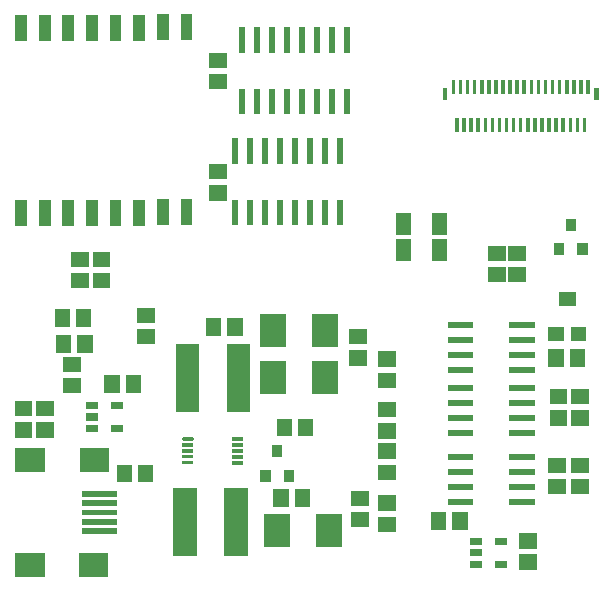
<source format=gbr>
G04 start of page 9 for group -4015 idx -4015 *
G04 Title: (unknown), toppaste *
G04 Creator: pcb 20140316 *
G04 CreationDate: Sun 15 Feb 2015 03:48:22 PM GMT UTC *
G04 For: jeroen *
G04 Format: Gerber/RS-274X *
G04 PCB-Dimensions (mil): 6000.00 5000.00 *
G04 PCB-Coordinate-Origin: lower left *
%MOIN*%
%FSLAX25Y25*%
%LNTOPPASTE*%
%ADD86R,0.0197X0.0197*%
%ADD85R,0.0120X0.0120*%
%ADD84C,0.0120*%
%ADD83R,0.0787X0.0787*%
%ADD82R,0.0866X0.0866*%
%ADD81R,0.0394X0.0394*%
%ADD80R,0.0118X0.0118*%
%ADD79R,0.0157X0.0157*%
%ADD78R,0.0472X0.0472*%
%ADD77R,0.0200X0.0200*%
%ADD76R,0.0240X0.0240*%
%ADD75R,0.0512X0.0512*%
%ADD74R,0.0340X0.0340*%
G54D74*X369488Y122347D02*Y121747D01*
X377288Y122347D02*Y121747D01*
X373388Y130547D02*Y129947D01*
G54D75*X220473Y77558D02*Y76772D01*
X227559Y77558D02*Y76772D01*
G54D76*X221247Y62205D02*X222847D01*
X221247Y70005D02*X222847D01*
X213047D02*X214647D01*
X213047Y66105D02*X214647D01*
X213047Y62205D02*X214647D01*
G54D77*X333350Y96870D02*X339850D01*
X333350Y91870D02*X339850D01*
X333350Y86870D02*X339850D01*
X333350Y81870D02*X339850D01*
X353850D02*X360350D01*
X353850Y86870D02*X360350D01*
X353850Y91870D02*X360350D01*
X353850Y96870D02*X360350D01*
G54D78*X371850Y105512D02*X372638D01*
X368307Y93701D02*X368701D01*
X375787D02*X376181D01*
G54D75*X368504Y86220D02*Y85434D01*
X375590Y86220D02*Y85434D01*
G54D79*X381890Y175000D02*Y172638D01*
G54D80*X379134Y177756D02*Y174213D01*
X376772Y177756D02*Y174213D01*
X374409Y177756D02*Y174213D01*
X372047Y177756D02*Y174213D01*
X369685Y177756D02*Y174213D01*
X377953Y165157D02*Y161614D01*
X367323Y177756D02*Y174213D01*
X364961Y177756D02*Y174213D01*
X362598Y177756D02*Y174213D01*
X360236Y177756D02*Y174213D01*
X357874Y177756D02*Y174213D01*
X355512Y177756D02*Y174213D01*
X353150Y177756D02*Y174213D01*
X350787Y177756D02*Y174213D01*
X348425Y177756D02*Y174213D01*
X346063Y177756D02*Y174213D01*
X343701Y177756D02*Y174213D01*
X341339Y177756D02*Y174213D01*
X338976Y177756D02*Y174213D01*
X336614Y177756D02*Y174213D01*
X334252Y177756D02*Y174213D01*
X375591Y165157D02*Y161614D01*
X373228Y165157D02*Y161614D01*
X370866Y165157D02*Y161614D01*
X368504Y165157D02*Y161614D01*
X366142Y165157D02*Y161614D01*
X363780Y165157D02*Y161614D01*
X361417Y165157D02*Y161614D01*
X359055Y165157D02*Y161614D01*
X356693Y165157D02*Y161614D01*
X354331Y165157D02*Y161614D01*
X351969Y165157D02*Y161614D01*
X349606Y165157D02*Y161614D01*
X347244Y165157D02*Y161614D01*
X344882Y165157D02*Y161614D01*
X342520Y165157D02*Y161614D01*
X340157Y165157D02*Y161614D01*
X337795Y165157D02*Y161614D01*
X335433Y165157D02*Y161614D01*
G54D79*X331496Y175000D02*Y172638D01*
G54D81*X245275Y136811D02*Y132086D01*
X237401Y136811D02*Y132086D01*
X229527Y136417D02*Y131693D01*
X221653Y136417D02*Y131693D01*
X213779Y136417D02*Y131693D01*
X205905Y136417D02*Y131693D01*
X198031Y136417D02*Y131693D01*
X190157Y136417D02*Y131693D01*
X245275Y198622D02*Y193897D01*
X237401Y198622D02*Y193897D01*
X229527Y198228D02*Y193504D01*
X221653Y198228D02*Y193504D01*
X213779Y198228D02*Y193504D01*
X205905Y198228D02*Y193504D01*
X198031Y198228D02*Y193504D01*
X190157Y198228D02*Y193504D01*
G54D75*X311812Y37401D02*X312598D01*
X311812Y30315D02*X312598D01*
X311812Y68504D02*X312598D01*
X311812Y61418D02*X312598D01*
X358663Y17716D02*X359449D01*
X358663Y24802D02*X359449D01*
X329331Y31889D02*Y31103D01*
X336417Y31889D02*Y31103D01*
X368898Y72834D02*X369684D01*
X368898Y65748D02*X369684D01*
G54D82*X274016Y80315D02*Y77953D01*
X291339Y80315D02*Y77953D01*
G54D75*X311812Y85433D02*X312598D01*
X311812Y78347D02*X312598D01*
X368505Y50000D02*X369291D01*
X368505Y42914D02*X369291D01*
X375985Y50000D02*X376771D01*
X375985Y42914D02*X376771D01*
G54D77*X333350Y52776D02*X339850D01*
X333350Y47776D02*X339850D01*
X333350Y42776D02*X339850D01*
X333350Y37776D02*X339850D01*
X353850D02*X360350D01*
X353850Y42776D02*X360350D01*
X353850Y47776D02*X360350D01*
X353850Y52776D02*X360350D01*
G54D76*X349200Y16929D02*X350800D01*
X349200Y24729D02*X350800D01*
X341000D02*X342600D01*
X341000Y20829D02*X342600D01*
X341000Y16929D02*X342600D01*
G54D74*X271654Y46757D02*Y46157D01*
X279454Y46757D02*Y46157D01*
X275554Y54957D02*Y54357D01*
G54D82*X275591Y29528D02*Y27165D01*
X292913Y29528D02*Y27165D01*
G54D75*X375985Y72834D02*X376771D01*
X375985Y65748D02*X376771D01*
G54D77*X333350Y75610D02*X339850D01*
X333350Y70610D02*X339850D01*
X333350Y65610D02*X339850D01*
X333350Y60610D02*X339850D01*
X353850D02*X360350D01*
X353850Y65610D02*X360350D01*
X353850Y70610D02*X360350D01*
X353850Y75610D02*X360350D01*
G54D75*X311812Y54724D02*X312598D01*
X311812Y47638D02*X312598D01*
X302757Y38976D02*X303543D01*
X302757Y31890D02*X303543D01*
X301953Y92905D02*X302739D01*
X301953Y85819D02*X302739D01*
X277953Y62991D02*Y62205D01*
X285039Y62991D02*Y62205D01*
G54D82*X291339Y96063D02*Y93701D01*
X274016Y96063D02*Y93701D01*
G54D83*X245669Y86614D02*Y71654D01*
X262598Y86614D02*Y71654D01*
G54D75*X254331Y96456D02*Y95670D01*
X261417Y96456D02*Y95670D01*
G54D84*X244416Y58858D02*X247016D01*
G54D85*X244416Y56858D02*X247016D01*
X244416Y54858D02*X247016D01*
X244416Y52958D02*X247016D01*
X244416Y50958D02*X247016D01*
X260916Y50858D02*X263516D01*
X260916Y52858D02*X263516D01*
X260916Y54858D02*X263516D01*
X260916Y56758D02*X263516D01*
X260916Y58758D02*X263516D01*
G54D75*X231497Y92913D02*X232283D01*
X231497Y99999D02*X232283D01*
G54D77*X261437Y137488D02*Y130988D01*
X266437Y137488D02*Y130988D01*
X271437Y137488D02*Y130988D01*
X276437Y137488D02*Y130988D01*
X281437Y137488D02*Y130988D01*
X286437Y137488D02*Y130988D01*
X291437Y137488D02*Y130988D01*
X296437Y137488D02*Y130988D01*
Y157988D02*Y151488D01*
X291437Y157988D02*Y151488D01*
X286437Y157988D02*Y151488D01*
X281437Y157988D02*Y151488D01*
X276437Y157988D02*Y151488D01*
X271437Y157988D02*Y151488D01*
X266437Y157988D02*Y151488D01*
X261437Y157988D02*Y151488D01*
G54D75*X355119Y113583D02*X355905D01*
X355119Y120669D02*X355905D01*
X348427Y113583D02*X349213D01*
X348427Y120669D02*X349213D01*
X255513Y177953D02*X256299D01*
X255513Y185039D02*X256299D01*
X255316Y140749D02*X256102D01*
X255316Y147835D02*X256102D01*
G54D77*X263799Y174496D02*Y167996D01*
X268799Y174496D02*Y167996D01*
X273799Y174496D02*Y167996D01*
X278799Y174496D02*Y167996D01*
X283799Y174496D02*Y167996D01*
X288799Y174496D02*Y167996D01*
X293799Y174496D02*Y167996D01*
X298799Y174496D02*Y167996D01*
Y194996D02*Y188496D01*
X293799Y194996D02*Y188496D01*
X288799Y194996D02*Y188496D01*
X283799Y194996D02*Y188496D01*
X278799Y194996D02*Y188496D01*
X273799Y194996D02*Y188496D01*
X268799Y194996D02*Y188496D01*
X263799Y194996D02*Y188496D01*
G54D75*X203938Y99606D02*Y98820D01*
X211024Y99606D02*Y98820D01*
X204331Y90747D02*Y89961D01*
X211417Y90747D02*Y89961D01*
X209450Y111615D02*X210236D01*
X209450Y118701D02*X210236D01*
X216537Y111615D02*X217323D01*
X216537Y118701D02*X217323D01*
X206694Y76575D02*X207480D01*
X206694Y83661D02*X207480D01*
X317717Y131693D02*Y129331D01*
X329527Y131693D02*Y129331D01*
X317717Y123031D02*Y120669D01*
X329527Y123031D02*Y120669D01*
X224607Y47637D02*Y46851D01*
X231693Y47637D02*Y46851D01*
G54D83*X244882Y38583D02*Y23622D01*
X261811Y38583D02*Y23622D01*
G54D75*X190553Y61812D02*X191339D01*
X190553Y68898D02*X191339D01*
X197638Y68898D02*X198424D01*
X197638Y61812D02*X198424D01*
G54D86*X211417Y40551D02*X221063D01*
X211417Y37402D02*X221063D01*
X211417Y27953D02*X221063D01*
X211417Y31102D02*X221063D01*
X211417Y34252D02*X221063D01*
G54D83*X192126Y16732D02*X194094D01*
X192126Y51772D02*X194094D01*
X213386Y16732D02*X215354D01*
X213583Y51772D02*X215551D01*
G54D75*X276772Y39566D02*Y38780D01*
X283858Y39566D02*Y38780D01*
M02*

</source>
